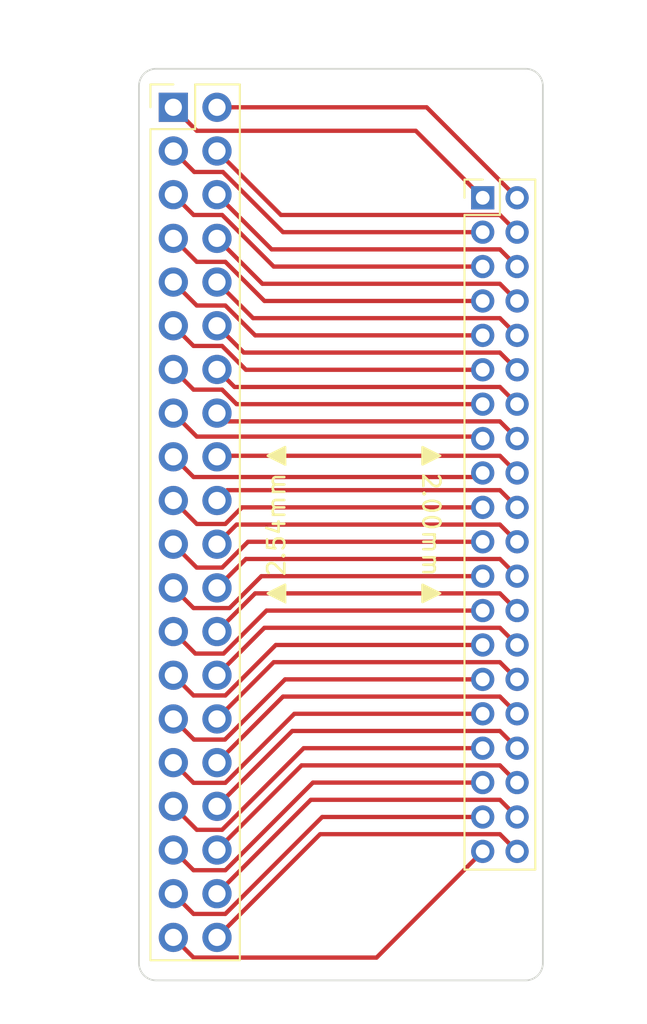
<source format=kicad_pcb>
(kicad_pcb (version 20221018) (generator pcbnew)
  (layers (0 "F.Cu" signal) (31 "B.Cu" signal) (34 "B.Paste" user) (35 "F.Paste" user) (36 "B.SilkS" user "B.Silkscreen") (37 "F.SilkS" user "F.Silkscreen") (38 "B.Mask" user) (39 "F.Mask" user) (44 "Edge.Cuts" user))
  (net 0 "")
  (net 1 "/L1")
  (net 2 "/R1")
  (net 3 "/L2")
  (net 4 "/R2")
  (net 5 "/L3")
  (net 6 "/R3")
  (net 7 "/L4")
  (net 8 "/R4")
  (net 9 "/L5")
  (net 10 "/R5")
  (net 11 "/L6")
  (net 12 "/R6")
  (net 13 "/L7")
  (net 14 "/R7")
  (net 15 "/L8")
  (net 16 "/R8")
  (net 17 "/L9")
  (net 18 "/R9")
  (net 19 "/L10")
  (net 20 "/R10")
  (net 21 "/L11")
  (net 22 "/R11")
  (net 23 "/L12")
  (net 24 "/R12")
  (net 25 "/L13")
  (net 26 "/R13")
  (net 27 "/L14")
  (net 28 "/R14")
  (net 29 "/L15")
  (net 30 "/R15")
  (net 31 "/L16")
  (net 32 "/R16")
  (net 33 "/L17")
  (net 34 "/R17")
  (net 35 "/L18")
  (net 36 "/R18")
  (net 37 "/L19")
  (net 38 "/R19")
  (net 39 "/L20")
  (net 40 "/R20")
  (footprint "Connector_PinHeader_2.54mm:PinHeader_2x20_P2.54mm_Vertical" (layer "F.Cu") (at 121 71.74)
    (fp_text reference "J102" hide)
    (fp_text value "Conn_02x20_Odd_Even")
    (fp_line (start -1.33 -1.33) (end 0 -1.33) (stroke (width 0.12)) (layer "F.SilkS"))
    (fp_line (start -1.33 0) (end -1.33 -1.33) (stroke (width 0.12)) (layer "F.SilkS"))
    (fp_line (start -1.33 1.27) (end -1.33 49.59) (stroke (width 0.12)) (layer "F.SilkS"))
    (fp_line (start -1.33 1.27) (end 1.27 1.27) (stroke (width 0.12)) (layer "F.SilkS"))
    (fp_line (start -1.33 49.59) (end 3.87 49.59) (stroke (width 0.12)) (layer "F.SilkS"))
    (fp_line (start 1.27 -1.33) (end 3.87 -1.33) (stroke (width 0.12)) (layer "F.SilkS"))
    (fp_line (start 1.27 1.27) (end 1.27 -1.33) (stroke (width 0.12)) (layer "F.SilkS"))
    (fp_line (start 3.87 -1.33) (end 3.87 49.59) (stroke (width 0.12)) (layer "F.SilkS"))
    (pad "1" thru_hole rect (at 0 0) (size 1.7 1.7) (drill 1) (layers "*.Cu" "*.Mask") (net 1 "/L1"))
    (pad "2" thru_hole oval (at 2.54 0) (size 1.7 1.7) (drill 1) (layers "*.Cu" "*.Mask") (net 2 "/R1"))
    (pad "3" thru_hole oval (at 0 2.54) (size 1.7 1.7) (drill 1) (layers "*.Cu" "*.Mask") (net 3 "/L2"))
    (pad "4" thru_hole oval (at 2.54 2.54) (size 1.7 1.7) (drill 1) (layers "*.Cu" "*.Mask") (net 4 "/R2"))
    (pad "5" thru_hole oval (at 0 5.08) (size 1.7 1.7) (drill 1) (layers "*.Cu" "*.Mask") (net 5 "/L3"))
    (pad "6" thru_hole oval (at 2.54 5.08) (size 1.7 1.7) (drill 1) (layers "*.Cu" "*.Mask") (net 6 "/R3"))
    (pad "7" thru_hole oval (at 0 7.62) (size 1.7 1.7) (drill 1) (layers "*.Cu" "*.Mask") (net 7 "/L4"))
    (pad "8" thru_hole oval (at 2.54 7.62) (size 1.7 1.7) (drill 1) (layers "*.Cu" "*.Mask") (net 8 "/R4"))
    (pad "9" thru_hole oval (at 0 10.16) (size 1.7 1.7) (drill 1) (layers "*.Cu" "*.Mask") (net 9 "/L5"))
    (pad "10" thru_hole oval (at 2.54 10.16) (size 1.7 1.7) (drill 1) (layers "*.Cu" "*.Mask") (net 10 "/R5"))
    (pad "11" thru_hole oval (at 0 12.7) (size 1.7 1.7) (drill 1) (layers "*.Cu" "*.Mask") (net 11 "/L6"))
    (pad "12" thru_hole oval (at 2.54 12.7) (size 1.7 1.7) (drill 1) (layers "*.Cu" "*.Mask") (net 12 "/R6"))
    (pad "13" thru_hole oval (at 0 15.24) (size 1.7 1.7) (drill 1) (layers "*.Cu" "*.Mask") (net 13 "/L7"))
    (pad "14" thru_hole oval (at 2.54 15.24) (size 1.7 1.7) (drill 1) (layers "*.Cu" "*.Mask") (net 14 "/R7"))
    (pad "15" thru_hole oval (at 0 17.78) (size 1.7 1.7) (drill 1) (layers "*.Cu" "*.Mask") (net 15 "/L8"))
    (pad "16" thru_hole oval (at 2.54 17.78) (size 1.7 1.7) (drill 1) (layers "*.Cu" "*.Mask") (net 16 "/R8"))
    (pad "17" thru_hole oval (at 0 20.32) (size 1.7 1.7) (drill 1) (layers "*.Cu" "*.Mask") (net 17 "/L9"))
    (pad "18" thru_hole oval (at 2.54 20.32) (size 1.7 1.7) (drill 1) (layers "*.Cu" "*.Mask") (net 18 "/R9"))
    (pad "19" thru_hole oval (at 0 22.86) (size 1.7 1.7) (drill 1) (layers "*.Cu" "*.Mask") (net 19 "/L10"))
    (pad "20" thru_hole oval (at 2.54 22.86) (size 1.7 1.7) (drill 1) (layers "*.Cu" "*.Mask") (net 20 "/R10"))
    (pad "21" thru_hole oval (at 0 25.4) (size 1.7 1.7) (drill 1) (layers "*.Cu" "*.Mask") (net 21 "/L11"))
    (pad "22" thru_hole oval (at 2.54 25.4) (size 1.7 1.7) (drill 1) (layers "*.Cu" "*.Mask") (net 22 "/R11"))
    (pad "23" thru_hole oval (at 0 27.94) (size 1.7 1.7) (drill 1) (layers "*.Cu" "*.Mask") (net 23 "/L12"))
    (pad "24" thru_hole oval (at 2.54 27.94) (size 1.7 1.7) (drill 1) (layers "*.Cu" "*.Mask") (net 24 "/R12"))
    (pad "25" thru_hole oval (at 0 30.48) (size 1.7 1.7) (drill 1) (layers "*.Cu" "*.Mask") (net 25 "/L13"))
    (pad "26" thru_hole oval (at 2.54 30.48) (size 1.7 1.7) (drill 1) (layers "*.Cu" "*.Mask") (net 26 "/R13"))
    (pad "27" thru_hole oval (at 0 33.02) (size 1.7 1.7) (drill 1) (layers "*.Cu" "*.Mask") (net 27 "/L14"))
    (pad "28" thru_hole oval (at 2.54 33.02) (size 1.7 1.7) (drill 1) (layers "*.Cu" "*.Mask") (net 28 "/R14"))
    (pad "29" thru_hole oval (at 0 35.56) (size 1.7 1.7) (drill 1) (layers "*.Cu" "*.Mask") (net 29 "/L15"))
    (pad "30" thru_hole oval (at 2.54 35.56) (size 1.7 1.7) (drill 1) (layers "*.Cu" "*.Mask") (net 30 "/R15"))
    (pad "31" thru_hole oval (at 0 38.1) (size 1.7 1.7) (drill 1) (layers "*.Cu" "*.Mask") (net 31 "/L16"))
    (pad "32" thru_hole oval (at 2.54 38.1) (size 1.7 1.7) (drill 1) (layers "*.Cu" "*.Mask") (net 32 "/R16"))
    (pad "33" thru_hole oval (at 0 40.64) (size 1.7 1.7) (drill 1) (layers "*.Cu" "*.Mask") (net 33 "/L17"))
    (pad "34" thru_hole oval (at 2.54 40.64) (size 1.7 1.7) (drill 1) (layers "*.Cu" "*.Mask") (net 34 "/R17"))
    (pad "35" thru_hole oval (at 0 43.18) (size 1.7 1.7) (drill 1) (layers "*.Cu" "*.Mask") (net 35 "/L18"))
    (pad "36" thru_hole oval (at 2.54 43.18) (size 1.7 1.7) (drill 1) (layers "*.Cu" "*.Mask") (net 36 "/R18"))
    (pad "37" thru_hole oval (at 0 45.72) (size 1.7 1.7) (drill 1) (layers "*.Cu" "*.Mask") (net 37 "/L19"))
    (pad "38" thru_hole oval (at 2.54 45.72) (size 1.7 1.7) (drill 1) (layers "*.Cu" "*.Mask") (net 38 "/R19"))
    (pad "39" thru_hole oval (at 0 48.26) (size 1.7 1.7) (drill 1) (layers "*.Cu" "*.Mask") (net 39 "/L20"))
    (pad "40" thru_hole oval (at 2.54 48.26) (size 1.7 1.7) (drill 1) (layers "*.Cu" "*.Mask") (net 40 "/R20"))
  )
  (footprint "MountingHole:MountingHole_3.2mm_M3" (layer "F.Cu") (at 140 72)
    (fp_text reference "H101" hide)
    (fp_text value "MountingHole")
    (pad "" np_thru_hole circle (at 0 0) (size 3.2 3.2) (drill 3.2) (layers "*.Cu" "*.Mask"))
  )
  (footprint "MountingHole:MountingHole_3.2mm_M3" (layer "F.Cu") (at 140 120)
    (fp_text reference "H102" hide)
    (fp_text value "MountingHole")
    (pad "" np_thru_hole circle (at 0 0) (size 3.2 3.2) (drill 3.2) (layers "*.Cu" "*.Mask"))
  )
  (footprint "Connector_PinHeader_2.00mm:PinHeader_2x20_P2.00mm_Vertical" (layer "F.Cu") (at 139 77)
    (fp_text reference "J101" hide)
    (fp_text value "Conn_02x20_Odd_Even")
    (fp_line (start -1.06 -1.06) (end 0 -1.06) (stroke (width 0.12)) (layer "F.SilkS"))
    (fp_line (start -1.06 0) (end -1.06 -1.06) (stroke (width 0.12)) (layer "F.SilkS"))
    (fp_line (start -1.06 1) (end -1.06 39.06) (stroke (width 0.12)) (layer "F.SilkS"))
    (fp_line (start -1.06 1) (end 1 1) (stroke (width 0.12)) (layer "F.SilkS"))
    (fp_line (start -1.06 39.06) (end 3.06 39.06) (stroke (width 0.12)) (layer "F.SilkS"))
    (fp_line (start 1 -1.06) (end 3.06 -1.06) (stroke (width 0.12)) (layer "F.SilkS"))
    (fp_line (start 1 1) (end 1 -1.06) (stroke (width 0.12)) (layer "F.SilkS"))
    (fp_line (start 3.06 -1.06) (end 3.06 39.06) (stroke (width 0.12)) (layer "F.SilkS"))
    (pad "1" thru_hole rect (at 0 0) (size 1.35 1.35) (drill 0.8) (layers "*.Cu" "*.Mask") (net 1 "/L1"))
    (pad "2" thru_hole oval (at 2 0) (size 1.35 1.35) (drill 0.8) (layers "*.Cu" "*.Mask") (net 2 "/R1"))
    (pad "3" thru_hole oval (at 0 2) (size 1.35 1.35) (drill 0.8) (layers "*.Cu" "*.Mask") (net 3 "/L2"))
    (pad "4" thru_hole oval (at 2 2) (size 1.35 1.35) (drill 0.8) (layers "*.Cu" "*.Mask") (net 4 "/R2"))
    (pad "5" thru_hole oval (at 0 4) (size 1.35 1.35) (drill 0.8) (layers "*.Cu" "*.Mask") (net 5 "/L3"))
    (pad "6" thru_hole oval (at 2 4) (size 1.35 1.35) (drill 0.8) (layers "*.Cu" "*.Mask") (net 6 "/R3"))
    (pad "7" thru_hole oval (at 0 6) (size 1.35 1.35) (drill 0.8) (layers "*.Cu" "*.Mask") (net 7 "/L4"))
    (pad "8" thru_hole oval (at 2 6) (size 1.35 1.35) (drill 0.8) (layers "*.Cu" "*.Mask") (net 8 "/R4"))
    (pad "9" thru_hole oval (at 0 8) (size 1.35 1.35) (drill 0.8) (layers "*.Cu" "*.Mask") (net 9 "/L5"))
    (pad "10" thru_hole oval (at 2 8) (size 1.35 1.35) (drill 0.8) (layers "*.Cu" "*.Mask") (net 10 "/R5"))
    (pad "11" thru_hole oval (at 0 10) (size 1.35 1.35) (drill 0.8) (layers "*.Cu" "*.Mask") (net 11 "/L6"))
    (pad "12" thru_hole oval (at 2 10) (size 1.35 1.35) (drill 0.8) (layers "*.Cu" "*.Mask") (net 12 "/R6"))
    (pad "13" thru_hole oval (at 0 12) (size 1.35 1.35) (drill 0.8) (layers "*.Cu" "*.Mask") (net 13 "/L7"))
    (pad "14" thru_hole oval (at 2 12) (size 1.35 1.35) (drill 0.8) (layers "*.Cu" "*.Mask") (net 14 "/R7"))
    (pad "15" thru_hole oval (at 0 14) (size 1.35 1.35) (drill 0.8) (layers "*.Cu" "*.Mask") (net 15 "/L8"))
    (pad "16" thru_hole oval (at 2 14) (size 1.35 1.35) (drill 0.8) (layers "*.Cu" "*.Mask") (net 16 "/R8"))
    (pad "17" thru_hole oval (at 0 16) (size 1.35 1.35) (drill 0.8) (layers "*.Cu" "*.Mask") (net 17 "/L9"))
    (pad "18" thru_hole oval (at 2 16) (size 1.35 1.35) (drill 0.8) (layers "*.Cu" "*.Mask") (net 18 "/R9"))
    (pad "19" thru_hole oval (at 0 18) (size 1.35 1.35) (drill 0.8) (layers "*.Cu" "*.Mask") (net 19 "/L10"))
    (pad "20" thru_hole oval (at 2 18) (size 1.35 1.35) (drill 0.8) (layers "*.Cu" "*.Mask") (net 20 "/R10"))
    (pad "21" thru_hole oval (at 0 20) (size 1.35 1.35) (drill 0.8) (layers "*.Cu" "*.Mask") (net 21 "/L11"))
    (pad "22" thru_hole oval (at 2 20) (size 1.35 1.35) (drill 0.8) (layers "*.Cu" "*.Mask") (net 22 "/R11"))
    (pad "23" thru_hole oval (at 0 22) (size 1.35 1.35) (drill 0.8) (layers "*.Cu" "*.Mask") (net 23 "/L12"))
    (pad "24" thru_hole oval (at 2 22) (size 1.35 1.35) (drill 0.8) (layers "*.Cu" "*.Mask") (net 24 "/R12"))
    (pad "25" thru_hole oval (at 0 24) (size 1.35 1.35) (drill 0.8) (layers "*.Cu" "*.Mask") (net 25 "/L13"))
    (pad "26" thru_hole oval (at 2 24) (size 1.35 1.35) (drill 0.8) (layers "*.Cu" "*.Mask") (net 26 "/R13"))
    (pad "27" thru_hole oval (at 0 26) (size 1.35 1.35) (drill 0.8) (layers "*.Cu" "*.Mask") (net 27 "/L14"))
    (pad "28" thru_hole oval (at 2 26) (size 1.35 1.35) (drill 0.8) (layers "*.Cu" "*.Mask") (net 28 "/R14"))
    (pad "29" thru_hole oval (at 0 28) (size 1.35 1.35) (drill 0.8) (layers "*.Cu" "*.Mask") (net 29 "/L15"))
    (pad "30" thru_hole oval (at 2 28) (size 1.35 1.35) (drill 0.8) (layers "*.Cu" "*.Mask") (net 30 "/R15"))
    (pad "31" thru_hole oval (at 0 30) (size 1.35 1.35) (drill 0.8) (layers "*.Cu" "*.Mask") (net 31 "/L16"))
    (pad "32" thru_hole oval (at 2 30) (size 1.35 1.35) (drill 0.8) (layers "*.Cu" "*.Mask") (net 32 "/R16"))
    (pad "33" thru_hole oval (at 0 32) (size 1.35 1.35) (drill 0.8) (layers "*.Cu" "*.Mask") (net 33 "/L17"))
    (pad "34" thru_hole oval (at 2 32) (size 1.35 1.35) (drill 0.8) (layers "*.Cu" "*.Mask") (net 34 "/R17"))
    (pad "35" thru_hole oval (at 0 34) (size 1.35 1.35) (drill 0.8) (layers "*.Cu" "*.Mask") (net 35 "/L18"))
    (pad "36" thru_hole oval (at 2 34) (size 1.35 1.35) (drill 0.8) (layers "*.Cu" "*.Mask") (net 36 "/R18"))
    (pad "37" thru_hole oval (at 0 36) (size 1.35 1.35) (drill 0.8) (layers "*.Cu" "*.Mask") (net 37 "/L19"))
    (pad "38" thru_hole oval (at 2 36) (size 1.35 1.35) (drill 0.8) (layers "*.Cu" "*.Mask") (net 38 "/R19"))
    (pad "39" thru_hole oval (at 0 38) (size 1.35 1.35) (drill 0.8) (layers "*.Cu" "*.Mask") (net 39 "/L20"))
    (pad "40" thru_hole oval (at 2 38) (size 1.35 1.35) (drill 0.8) (layers "*.Cu" "*.Mask") (net 40 "/R20"))
  )
  (gr_poly (pts (xy 127.5 99.5) (xy 126.5 100) (xy 127.5 100.5)) (stroke (width 0.15)) (fill solid) (layer "F.SilkS"))
  (gr_poly (pts (xy 135.5 92.5) (xy 136.5 92) (xy 135.5 91.5)) (stroke (width 0.15)) (fill solid) (layer "F.SilkS"))
  (gr_poly (pts (xy 135.5 100.5) (xy 136.5 100) (xy 135.5 99.5)) (stroke (width 0.15)) (fill solid) (layer "F.SilkS"))
  (gr_poly (pts (xy 127.5 91.5) (xy 126.5 92) (xy 127.5 92.5)) (stroke (width 0.15)) (fill solid) (layer "F.SilkS"))
  (gr_arc (start 141.5 69.5) (mid 142.207107 69.792893) (end 142.5 70.5) (stroke (width 0.1)) (layer "Edge.Cuts"))
  (gr_line (start 120 122.5) (end 141.5 122.5) (stroke (width 0.1)) (layer "Edge.Cuts"))
  (gr_arc (start 142.5 121.5) (mid 142.207107 122.207107) (end 141.5 122.5) (stroke (width 0.1)) (layer "Edge.Cuts"))
  (gr_arc (start 119 70.5) (mid 119.292893 69.792893) (end 120 69.5) (stroke (width 0.1)) (layer "Edge.Cuts"))
  (gr_arc (start 120 122.5) (mid 119.292893 122.207107) (end 119 121.5) (stroke (width 0.1)) (layer "Edge.Cuts"))
  (gr_line (start 120 69.5) (end 141.5 69.5) (stroke (width 0.1)) (layer "Edge.Cuts"))
  (gr_line (start 142.5 121.5) (end 142.5 70.5) (stroke (width 0.1)) (layer "Edge.Cuts"))
  (gr_line (start 119 70.5) (end 119 121.5) (stroke (width 0.1)) (layer "Edge.Cuts"))
  (gr_text "2.54mm" (at 127 96 90) (layer "F.SilkS") (effects (font (size 1 1))))
  (gr_text "2.00mm" (at 136 96 270) (layer "F.SilkS") (effects (font (size 1 1))))
  (segment (start 122.365 73.105) (end 121 71.74) (width 0.25) (layer "F.Cu") (net 1))
  (segment (start 139 77) (end 135.105 73.105) (width 0.25) (layer "F.Cu") (net 1))
  (segment (start 135.105 73.105) (end 122.365 73.105) (width 0.25) (layer "F.Cu") (net 1))
  (segment (start 141 77) (end 135.74 71.74) (width 0.25) (layer "F.Cu") (net 2))
  (segment (start 135.74 71.74) (end 123.54 71.74) (width 0.25) (layer "F.Cu") (net 2))
  (segment (start 127.381701 79) (end 123.881701 75.5) (width 0.25) (layer "F.Cu") (net 3))
  (segment (start 122.22 75.5) (end 121 74.28) (width 0.25) (layer "F.Cu") (net 3))
  (segment (start 123.881701 75.5) (end 122.22 75.5) (width 0.25) (layer "F.Cu") (net 3))
  (segment (start 139 79) (end 127.381701 79) (width 0.25) (layer "F.Cu") (net 3))
  (segment (start 140 78) (end 127.26 78) (width 0.25) (layer "F.Cu") (net 4))
  (segment (start 141 79) (end 140 78) (width 0.25) (layer "F.Cu") (net 4))
  (segment (start 127.26 78) (end 123.54 74.28) (width 0.25) (layer "F.Cu") (net 4))
  (segment (start 123.841701 78) (end 122.18 78) (width 0.25) (layer "F.Cu") (net 5))
  (segment (start 126.841701 81) (end 123.841701 78) (width 0.25) (layer "F.Cu") (net 5))
  (segment (start 139 81) (end 126.841701 81) (width 0.25) (layer "F.Cu") (net 5))
  (segment (start 122.18 78) (end 121 76.82) (width 0.25) (layer "F.Cu") (net 5))
  (segment (start 126.72 80) (end 123.54 76.82) (width 0.25) (layer "F.Cu") (net 6))
  (segment (start 140 80) (end 126.72 80) (width 0.25) (layer "F.Cu") (net 6))
  (segment (start 141 81) (end 140 80) (width 0.25) (layer "F.Cu") (net 6))
  (segment (start 122.365 80.725) (end 121 79.36) (width 0.25) (layer "F.Cu") (net 7))
  (segment (start 124.026701 80.725) (end 122.365 80.725) (width 0.25) (layer "F.Cu") (net 7))
  (segment (start 139 83) (end 126.301701 83) (width 0.25) (layer "F.Cu") (net 7))
  (segment (start 126.301701 83) (end 124.026701 80.725) (width 0.25) (layer "F.Cu") (net 7))
  (segment (start 141 83) (end 140 82) (width 0.25) (layer "F.Cu") (net 8))
  (segment (start 126.18 82) (end 123.54 79.36) (width 0.25) (layer "F.Cu") (net 8))
  (segment (start 140 82) (end 126.18 82) (width 0.25) (layer "F.Cu") (net 8))
  (segment (start 139 85) (end 125.761701 85) (width 0.25) (layer "F.Cu") (net 9))
  (segment (start 124.026701 83.265) (end 122.365 83.265) (width 0.25) (layer "F.Cu") (net 9))
  (segment (start 125.761701 85) (end 124.026701 83.265) (width 0.25) (layer "F.Cu") (net 9))
  (segment (start 122.365 83.265) (end 121 81.9) (width 0.25) (layer "F.Cu") (net 9))
  (segment (start 141 85) (end 140 84) (width 0.25) (layer "F.Cu") (net 10))
  (segment (start 140 84) (end 125.64 84) (width 0.25) (layer "F.Cu") (net 10))
  (segment (start 125.64 84) (end 123.54 81.9) (width 0.25) (layer "F.Cu") (net 10))
  (segment (start 139 87) (end 125.221701 87) (width 0.25) (layer "F.Cu") (net 11))
  (segment (start 122.175 85.615) (end 121 84.44) (width 0.25) (layer "F.Cu") (net 11))
  (segment (start 125.221701 87) (end 123.836701 85.615) (width 0.25) (layer "F.Cu") (net 11))
  (segment (start 123.836701 85.615) (end 122.175 85.615) (width 0.25) (layer "F.Cu") (net 11))
  (segment (start 140 86) (end 125.1 86) (width 0.25) (layer "F.Cu") (net 12))
  (segment (start 125.1 86) (end 123.54 84.44) (width 0.25) (layer "F.Cu") (net 12))
  (segment (start 141 87) (end 140 86) (width 0.25) (layer "F.Cu") (net 12))
  (segment (start 123.836701 88.155) (end 122.175 88.155) (width 0.25) (layer "F.Cu") (net 13))
  (segment (start 124.681701 89) (end 123.836701 88.155) (width 0.25) (layer "F.Cu") (net 13))
  (segment (start 139 89) (end 124.681701 89) (width 0.25) (layer "F.Cu") (net 13))
  (segment (start 122.175 88.155) (end 121 86.98) (width 0.25) (layer "F.Cu") (net 13))
  (segment (start 141 89) (end 140 88) (width 0.25) (layer "F.Cu") (net 14))
  (segment (start 140 88) (end 124.56 88) (width 0.25) (layer "F.Cu") (net 14))
  (segment (start 124.56 88) (end 123.54 86.98) (width 0.25) (layer "F.Cu") (net 14))
  (segment (start 122.365 90.885) (end 121 89.52) (width 0.25) (layer "F.Cu") (net 15))
  (segment (start 139 91) (end 138.885 90.885) (width 0.25) (layer "F.Cu") (net 15))
  (segment (start 138.885 90.885) (end 122.365 90.885) (width 0.25) (layer "F.Cu") (net 15))
  (segment (start 141 91) (end 140 90) (width 0.25) (layer "F.Cu") (net 16))
  (segment (start 124.02 90) (end 123.54 89.52) (width 0.25) (layer "F.Cu") (net 16))
  (segment (start 140 90) (end 124.02 90) (width 0.25) (layer "F.Cu") (net 16))
  (segment (start 139 93) (end 138.765 93.235) (width 0.25) (layer "F.Cu") (net 17))
  (segment (start 122.175 93.235) (end 121 92.06) (width 0.25) (layer "F.Cu") (net 17))
  (segment (start 138.765 93.235) (end 122.175 93.235) (width 0.25) (layer "F.Cu") (net 17))
  (segment (start 123.6 92) (end 123.54 92.06) (width 0.25) (layer "F.Cu") (net 18))
  (segment (start 140 92) (end 123.6 92) (width 0.25) (layer "F.Cu") (net 18))
  (segment (start 141 93) (end 140 92) (width 0.25) (layer "F.Cu") (net 18))
  (segment (start 122.365 95.965) (end 121 94.6) (width 0.25) (layer "F.Cu") (net 19))
  (segment (start 124.991701 95) (end 124.026701 95.965) (width 0.25) (layer "F.Cu") (net 19))
  (segment (start 139 95) (end 124.991701 95) (width 0.25) (layer "F.Cu") (net 19))
  (segment (start 124.026701 95.965) (end 122.365 95.965) (width 0.25) (layer "F.Cu") (net 19))
  (segment (start 140 94) (end 124.14 94) (width 0.25) (layer "F.Cu") (net 20))
  (segment (start 141 95) (end 140 94) (width 0.25) (layer "F.Cu") (net 20))
  (segment (start 124.14 94) (end 123.54 94.6) (width 0.25) (layer "F.Cu") (net 20))
  (segment (start 125.341701 97) (end 123.841701 98.5) (width 0.25) (layer "F.Cu") (net 21))
  (segment (start 139 97) (end 125.341701 97) (width 0.25) (layer "F.Cu") (net 21))
  (segment (start 123.841701 98.5) (end 122.36 98.5) (width 0.25) (layer "F.Cu") (net 21))
  (segment (start 122.36 98.5) (end 121 97.14) (width 0.25) (layer "F.Cu") (net 21))
  (segment (start 124.68 96) (end 123.54 97.14) (width 0.25) (layer "F.Cu") (net 22))
  (segment (start 140 96) (end 124.68 96) (width 0.25) (layer "F.Cu") (net 22))
  (segment (start 141 97) (end 140 96) (width 0.25) (layer "F.Cu") (net 22))
  (segment (start 122.175 100.855) (end 121 99.68) (width 0.25) (layer "F.Cu") (net 23))
  (segment (start 124.268604 100.855) (end 122.175 100.855) (width 0.25) (layer "F.Cu") (net 23))
  (segment (start 139 99) (end 126.123604 99) (width 0.25) (layer "F.Cu") (net 23))
  (segment (start 126.123604 99) (end 124.268604 100.855) (width 0.25) (layer "F.Cu") (net 23))
  (segment (start 141 99) (end 140 98) (width 0.25) (layer "F.Cu") (net 24))
  (segment (start 125.22 98) (end 123.54 99.68) (width 0.25) (layer "F.Cu") (net 24))
  (segment (start 140 98) (end 125.22 98) (width 0.25) (layer "F.Cu") (net 24))
  (segment (start 126.421701 101) (end 123.921701 103.5) (width 0.25) (layer "F.Cu") (net 25))
  (segment (start 139 101) (end 126.421701 101) (width 0.25) (layer "F.Cu") (net 25))
  (segment (start 122.28 103.5) (end 121 102.22) (width 0.25) (layer "F.Cu") (net 25))
  (segment (start 123.921701 103.5) (end 122.28 103.5) (width 0.25) (layer "F.Cu") (net 25))
  (segment (start 140 100) (end 125.76 100) (width 0.25) (layer "F.Cu") (net 26))
  (segment (start 141 101) (end 140 100) (width 0.25) (layer "F.Cu") (net 26))
  (segment (start 125.76 100) (end 123.54 102.22) (width 0.25) (layer "F.Cu") (net 26))
  (segment (start 126.961701 103) (end 124.026701 105.935) (width 0.25) (layer "F.Cu") (net 27))
  (segment (start 139 103) (end 126.961701 103) (width 0.25) (layer "F.Cu") (net 27))
  (segment (start 122.175 105.935) (end 121 104.76) (width 0.25) (layer "F.Cu") (net 27))
  (segment (start 124.026701 105.935) (end 122.175 105.935) (width 0.25) (layer "F.Cu") (net 27))
  (segment (start 141 103) (end 140 102) (width 0.25) (layer "F.Cu") (net 28))
  (segment (start 126.3 102) (end 123.54 104.76) (width 0.25) (layer "F.Cu") (net 28))
  (segment (start 140 102) (end 126.3 102) (width 0.25) (layer "F.Cu") (net 28))
  (segment (start 124.001701 108.5) (end 122.2 108.5) (width 0.25) (layer "F.Cu") (net 29))
  (segment (start 139 105) (end 127.501701 105) (width 0.25) (layer "F.Cu") (net 29))
  (segment (start 122.2 108.5) (end 121 107.3) (width 0.25) (layer "F.Cu") (net 29))
  (segment (start 127.501701 105) (end 124.001701 108.5) (width 0.25) (layer "F.Cu") (net 29))
  (segment (start 140 104) (end 126.84 104) (width 0.25) (layer "F.Cu") (net 30))
  (segment (start 126.84 104) (end 123.54 107.3) (width 0.25) (layer "F.Cu") (net 30))
  (segment (start 141 105) (end 140 104) (width 0.25) (layer "F.Cu") (net 30))
  (segment (start 124.026701 111.015) (end 122.175 111.015) (width 0.25) (layer "F.Cu") (net 31))
  (segment (start 128.041701 107) (end 124.026701 111.015) (width 0.25) (layer "F.Cu") (net 31))
  (segment (start 122.175 111.015) (end 121 109.84) (width 0.25) (layer "F.Cu") (net 31))
  (segment (start 139 107) (end 128.041701 107) (width 0.25) (layer "F.Cu") (net 31))
  (segment (start 141 107) (end 140 106) (width 0.25) (layer "F.Cu") (net 32))
  (segment (start 140 106) (end 127.38 106) (width 0.25) (layer "F.Cu") (net 32))
  (segment (start 127.38 106) (end 123.54 109.84) (width 0.25) (layer "F.Cu") (net 32))
  (segment (start 123.836701 113.745) (end 122.365 113.745) (width 0.25) (layer "F.Cu") (net 33))
  (segment (start 139 109) (end 128.581701 109) (width 0.25) (layer "F.Cu") (net 33))
  (segment (start 128.581701 109) (end 123.836701 113.745) (width 0.25) (layer "F.Cu") (net 33))
  (segment (start 122.365 113.745) (end 121 112.38) (width 0.25) (layer "F.Cu") (net 33))
  (segment (start 127.92 108) (end 123.54 112.38) (width 0.25) (layer "F.Cu") (net 34))
  (segment (start 141 109) (end 140 108) (width 0.25) (layer "F.Cu") (net 34))
  (segment (start 140 108) (end 127.92 108) (width 0.25) (layer "F.Cu") (net 34))
  (segment (start 124.026701 116.095) (end 122.175 116.095) (width 0.25) (layer "F.Cu") (net 35))
  (segment (start 122.175 116.095) (end 121 114.92) (width 0.25) (layer "F.Cu") (net 35))
  (segment (start 129.121701 111) (end 124.026701 116.095) (width 0.25) (layer "F.Cu") (net 35))
  (segment (start 139 111) (end 129.121701 111) (width 0.25) (layer "F.Cu") (net 35))
  (segment (start 128.46 110) (end 123.54 114.92) (width 0.25) (layer "F.Cu") (net 36))
  (segment (start 140 110) (end 128.46 110) (width 0.25) (layer "F.Cu") (net 36))
  (segment (start 141 111) (end 140 110) (width 0.25) (layer "F.Cu") (net 36))
  (segment (start 122.175 118.635) (end 121 117.46) (width 0.25) (layer "F.Cu") (net 37))
  (segment (start 129.661701 113) (end 124.026701 118.635) (width 0.25) (layer "F.Cu") (net 37))
  (segment (start 124.026701 118.635) (end 122.175 118.635) (width 0.25) (layer "F.Cu") (net 37))
  (segment (start 139 113) (end 129.661701 113) (width 0.25) (layer "F.Cu") (net 37))
  (segment (start 141 113) (end 140 112) (width 0.25) (layer "F.Cu") (net 38))
  (segment (start 129 112) (end 123.54 117.46) (width 0.25) (layer "F.Cu") (net 38))
  (segment (start 140 112) (end 129 112) (width 0.25) (layer "F.Cu") (net 38))
  (segment (start 122.175 121.175) (end 121 120) (width 0.25) (layer "F.Cu") (net 39))
  (segment (start 139 115) (end 132.825 121.175) (width 0.25) (layer "F.Cu") (net 39))
  (segment (start 132.825 121.175) (end 122.175 121.175) (width 0.25) (layer "F.Cu") (net 39))
  (segment (start 140 114) (end 129.54 114) (width 0.25) (layer "F.Cu") (net 40))
  (segment (start 129.54 114) (end 123.54 120) (width 0.25) (layer "F.Cu") (net 40))
  (segment (start 141 115) (end 140 114) (width 0.25) (layer "F.Cu") (net 40))
)
</source>
